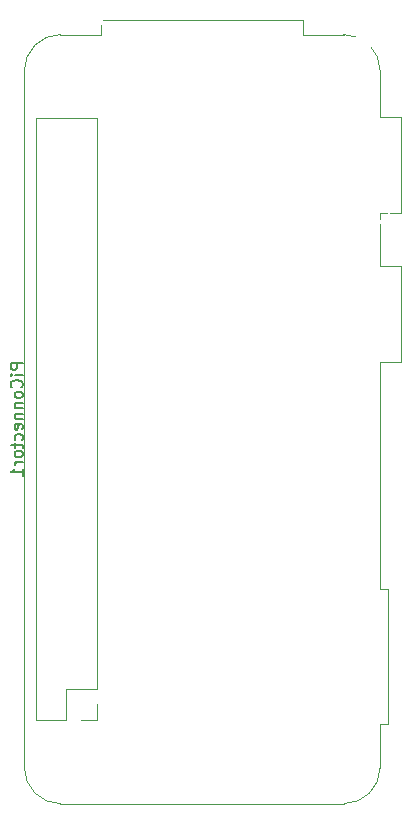
<source format=gbo>
G04 #@! TF.GenerationSoftware,KiCad,Pcbnew,7.0.1*
G04 #@! TF.CreationDate,2023-11-10T14:13:51-08:00*
G04 #@! TF.ProjectId,AtInverter_v1,4174496e-7665-4727-9465-725f76312e6b,v1*
G04 #@! TF.SameCoordinates,Original*
G04 #@! TF.FileFunction,Legend,Bot*
G04 #@! TF.FilePolarity,Positive*
%FSLAX46Y46*%
G04 Gerber Fmt 4.6, Leading zero omitted, Abs format (unit mm)*
G04 Created by KiCad (PCBNEW 7.0.1) date 2023-11-10 14:13:51*
%MOMM*%
%LPD*%
G01*
G04 APERTURE LIST*
%ADD10C,0.150000*%
%ADD11C,0.120000*%
%ADD12C,1.371600*%
%ADD13R,1.700000X1.700000*%
%ADD14C,1.600000*%
%ADD15O,1.600000X1.600000*%
%ADD16C,2.565400*%
%ADD17R,1.905000X2.000000*%
%ADD18O,1.905000X2.000000*%
%ADD19O,1.700000X1.700000*%
%ADD20R,1.600000X1.600000*%
%ADD21C,2.100000*%
%ADD22R,1.600000X2.400000*%
%ADD23O,1.600000X2.400000*%
%ADD24R,2.400000X1.600000*%
%ADD25O,2.400000X1.600000*%
%ADD26C,1.500000*%
%ADD27R,2.500000X2.500000*%
%ADD28C,2.500000*%
%ADD29R,2.000000X1.905000*%
%ADD30O,2.000000X1.905000*%
G04 APERTURE END LIST*
D10*
X64724619Y-97071904D02*
X63724619Y-97071904D01*
X63724619Y-97071904D02*
X63724619Y-97452856D01*
X63724619Y-97452856D02*
X63772238Y-97548094D01*
X63772238Y-97548094D02*
X63819857Y-97595713D01*
X63819857Y-97595713D02*
X63915095Y-97643332D01*
X63915095Y-97643332D02*
X64057952Y-97643332D01*
X64057952Y-97643332D02*
X64153190Y-97595713D01*
X64153190Y-97595713D02*
X64200809Y-97548094D01*
X64200809Y-97548094D02*
X64248428Y-97452856D01*
X64248428Y-97452856D02*
X64248428Y-97071904D01*
X64724619Y-98071904D02*
X64057952Y-98071904D01*
X63724619Y-98071904D02*
X63772238Y-98024285D01*
X63772238Y-98024285D02*
X63819857Y-98071904D01*
X63819857Y-98071904D02*
X63772238Y-98119523D01*
X63772238Y-98119523D02*
X63724619Y-98071904D01*
X63724619Y-98071904D02*
X63819857Y-98071904D01*
X64629380Y-99119522D02*
X64677000Y-99071903D01*
X64677000Y-99071903D02*
X64724619Y-98929046D01*
X64724619Y-98929046D02*
X64724619Y-98833808D01*
X64724619Y-98833808D02*
X64677000Y-98690951D01*
X64677000Y-98690951D02*
X64581761Y-98595713D01*
X64581761Y-98595713D02*
X64486523Y-98548094D01*
X64486523Y-98548094D02*
X64296047Y-98500475D01*
X64296047Y-98500475D02*
X64153190Y-98500475D01*
X64153190Y-98500475D02*
X63962714Y-98548094D01*
X63962714Y-98548094D02*
X63867476Y-98595713D01*
X63867476Y-98595713D02*
X63772238Y-98690951D01*
X63772238Y-98690951D02*
X63724619Y-98833808D01*
X63724619Y-98833808D02*
X63724619Y-98929046D01*
X63724619Y-98929046D02*
X63772238Y-99071903D01*
X63772238Y-99071903D02*
X63819857Y-99119522D01*
X64724619Y-99690951D02*
X64677000Y-99595713D01*
X64677000Y-99595713D02*
X64629380Y-99548094D01*
X64629380Y-99548094D02*
X64534142Y-99500475D01*
X64534142Y-99500475D02*
X64248428Y-99500475D01*
X64248428Y-99500475D02*
X64153190Y-99548094D01*
X64153190Y-99548094D02*
X64105571Y-99595713D01*
X64105571Y-99595713D02*
X64057952Y-99690951D01*
X64057952Y-99690951D02*
X64057952Y-99833808D01*
X64057952Y-99833808D02*
X64105571Y-99929046D01*
X64105571Y-99929046D02*
X64153190Y-99976665D01*
X64153190Y-99976665D02*
X64248428Y-100024284D01*
X64248428Y-100024284D02*
X64534142Y-100024284D01*
X64534142Y-100024284D02*
X64629380Y-99976665D01*
X64629380Y-99976665D02*
X64677000Y-99929046D01*
X64677000Y-99929046D02*
X64724619Y-99833808D01*
X64724619Y-99833808D02*
X64724619Y-99690951D01*
X64057952Y-100452856D02*
X64724619Y-100452856D01*
X64153190Y-100452856D02*
X64105571Y-100500475D01*
X64105571Y-100500475D02*
X64057952Y-100595713D01*
X64057952Y-100595713D02*
X64057952Y-100738570D01*
X64057952Y-100738570D02*
X64105571Y-100833808D01*
X64105571Y-100833808D02*
X64200809Y-100881427D01*
X64200809Y-100881427D02*
X64724619Y-100881427D01*
X64057952Y-101357618D02*
X64724619Y-101357618D01*
X64153190Y-101357618D02*
X64105571Y-101405237D01*
X64105571Y-101405237D02*
X64057952Y-101500475D01*
X64057952Y-101500475D02*
X64057952Y-101643332D01*
X64057952Y-101643332D02*
X64105571Y-101738570D01*
X64105571Y-101738570D02*
X64200809Y-101786189D01*
X64200809Y-101786189D02*
X64724619Y-101786189D01*
X64677000Y-102643332D02*
X64724619Y-102548094D01*
X64724619Y-102548094D02*
X64724619Y-102357618D01*
X64724619Y-102357618D02*
X64677000Y-102262380D01*
X64677000Y-102262380D02*
X64581761Y-102214761D01*
X64581761Y-102214761D02*
X64200809Y-102214761D01*
X64200809Y-102214761D02*
X64105571Y-102262380D01*
X64105571Y-102262380D02*
X64057952Y-102357618D01*
X64057952Y-102357618D02*
X64057952Y-102548094D01*
X64057952Y-102548094D02*
X64105571Y-102643332D01*
X64105571Y-102643332D02*
X64200809Y-102690951D01*
X64200809Y-102690951D02*
X64296047Y-102690951D01*
X64296047Y-102690951D02*
X64391285Y-102214761D01*
X64677000Y-103548094D02*
X64724619Y-103452856D01*
X64724619Y-103452856D02*
X64724619Y-103262380D01*
X64724619Y-103262380D02*
X64677000Y-103167142D01*
X64677000Y-103167142D02*
X64629380Y-103119523D01*
X64629380Y-103119523D02*
X64534142Y-103071904D01*
X64534142Y-103071904D02*
X64248428Y-103071904D01*
X64248428Y-103071904D02*
X64153190Y-103119523D01*
X64153190Y-103119523D02*
X64105571Y-103167142D01*
X64105571Y-103167142D02*
X64057952Y-103262380D01*
X64057952Y-103262380D02*
X64057952Y-103452856D01*
X64057952Y-103452856D02*
X64105571Y-103548094D01*
X64057952Y-103833809D02*
X64057952Y-104214761D01*
X63724619Y-103976666D02*
X64581761Y-103976666D01*
X64581761Y-103976666D02*
X64677000Y-104024285D01*
X64677000Y-104024285D02*
X64724619Y-104119523D01*
X64724619Y-104119523D02*
X64724619Y-104214761D01*
X64724619Y-104690952D02*
X64677000Y-104595714D01*
X64677000Y-104595714D02*
X64629380Y-104548095D01*
X64629380Y-104548095D02*
X64534142Y-104500476D01*
X64534142Y-104500476D02*
X64248428Y-104500476D01*
X64248428Y-104500476D02*
X64153190Y-104548095D01*
X64153190Y-104548095D02*
X64105571Y-104595714D01*
X64105571Y-104595714D02*
X64057952Y-104690952D01*
X64057952Y-104690952D02*
X64057952Y-104833809D01*
X64057952Y-104833809D02*
X64105571Y-104929047D01*
X64105571Y-104929047D02*
X64153190Y-104976666D01*
X64153190Y-104976666D02*
X64248428Y-105024285D01*
X64248428Y-105024285D02*
X64534142Y-105024285D01*
X64534142Y-105024285D02*
X64629380Y-104976666D01*
X64629380Y-104976666D02*
X64677000Y-104929047D01*
X64677000Y-104929047D02*
X64724619Y-104833809D01*
X64724619Y-104833809D02*
X64724619Y-104690952D01*
X64724619Y-105452857D02*
X64057952Y-105452857D01*
X64248428Y-105452857D02*
X64153190Y-105500476D01*
X64153190Y-105500476D02*
X64105571Y-105548095D01*
X64105571Y-105548095D02*
X64057952Y-105643333D01*
X64057952Y-105643333D02*
X64057952Y-105738571D01*
X64724619Y-106595714D02*
X64724619Y-106024286D01*
X64724619Y-106310000D02*
X63724619Y-106310000D01*
X63724619Y-106310000D02*
X63867476Y-106214762D01*
X63867476Y-106214762D02*
X63962714Y-106119524D01*
X63962714Y-106119524D02*
X64010333Y-106024286D01*
D11*
X64880000Y-72310000D02*
X64880000Y-131310000D01*
X65840000Y-76350000D02*
X71040000Y-76350000D01*
X65840000Y-127270000D02*
X65840000Y-76350000D01*
X65840000Y-127270000D02*
X68440000Y-127270000D01*
X67940000Y-134370000D02*
X91940000Y-134370000D01*
X68440000Y-124670000D02*
X71040000Y-124670000D01*
X68440000Y-127270000D02*
X68440000Y-124670000D01*
X69710000Y-127270000D02*
X71040000Y-127270000D01*
X71040000Y-124670000D02*
X71040000Y-76350000D01*
X71040000Y-127270000D02*
X71040000Y-125940000D01*
X71380000Y-68050000D02*
X88500000Y-68050000D01*
X71380000Y-69250000D02*
X67940000Y-69250000D01*
X71380000Y-69250000D02*
X71380000Y-68050000D01*
X88500000Y-68050000D02*
X88500000Y-69250000D01*
X88500000Y-69250000D02*
X91940000Y-69250000D01*
X95000000Y-72310000D02*
X95000000Y-76250000D01*
X95000000Y-76250000D02*
X96800000Y-76250000D01*
X95000000Y-84370000D02*
X95000000Y-88850000D01*
X95000000Y-88850000D02*
X96800000Y-88850000D01*
X95000000Y-96970000D02*
X95000000Y-116200000D01*
X95000000Y-116200000D02*
X95700000Y-116200000D01*
X95000000Y-127620000D02*
X95000000Y-131310000D01*
X95700000Y-116200000D02*
X95700000Y-127620000D01*
X95700000Y-127620000D02*
X95000000Y-127620000D01*
X96800000Y-76250000D02*
X96800000Y-84370000D01*
X96800000Y-84370000D02*
X95000000Y-84370000D01*
X96800000Y-88850000D02*
X96800000Y-96970000D01*
X96800000Y-96970000D02*
X95000000Y-96970000D01*
X67940000Y-69250000D02*
G75*
G03*
X64880000Y-72310000I-1J-3059999D01*
G01*
X64880000Y-131310000D02*
G75*
G03*
X67940000Y-134370000I3059999J-1D01*
G01*
X95000000Y-72310000D02*
G75*
G03*
X91940000Y-69250000I-3060000J0D01*
G01*
X91940000Y-134370000D02*
G75*
G03*
X95000000Y-131310000I0J3060000D01*
G01*
%LPC*%
D12*
X70851000Y-63042000D03*
X70851000Y-68042000D03*
D13*
X117094000Y-116332000D03*
D14*
X74295000Y-107950000D03*
D15*
X74295000Y-115570000D03*
D16*
X138430000Y-106172000D03*
X119380000Y-106172000D03*
D17*
X114808000Y-89662000D03*
D18*
X117348000Y-89662000D03*
X119888000Y-89662000D03*
D15*
X127254000Y-69596000D03*
D14*
X119634000Y-69596000D03*
D13*
X131318000Y-120396000D03*
X144780000Y-68590000D03*
D19*
X144780000Y-71130000D03*
X144780000Y-73670000D03*
X144780000Y-76210000D03*
D20*
X115062000Y-56388000D03*
D15*
X107442000Y-56388000D03*
D13*
X127000000Y-66040000D03*
D12*
X103901000Y-61000000D03*
X103901000Y-66000000D03*
D20*
X89916000Y-119380000D03*
D15*
X89916000Y-116840000D03*
X89916000Y-114300000D03*
X89916000Y-111760000D03*
X89916000Y-109220000D03*
X89916000Y-106680000D03*
X89916000Y-104140000D03*
X89916000Y-101600000D03*
X89916000Y-99060000D03*
X89916000Y-96520000D03*
X89916000Y-93980000D03*
X89916000Y-91440000D03*
X89916000Y-88900000D03*
X89916000Y-86360000D03*
X82296000Y-86360000D03*
X82296000Y-88900000D03*
X82296000Y-91440000D03*
X82296000Y-93980000D03*
X82296000Y-96520000D03*
X82296000Y-99060000D03*
X82296000Y-101600000D03*
X82296000Y-104140000D03*
X82296000Y-106680000D03*
X82296000Y-109220000D03*
X82296000Y-111760000D03*
X82296000Y-114300000D03*
X82296000Y-116840000D03*
X82296000Y-119380000D03*
D14*
X74295000Y-124460000D03*
X74295000Y-119460000D03*
D20*
X78486000Y-107315000D03*
D15*
X78486000Y-104775000D03*
X78486000Y-102235000D03*
X78486000Y-99695000D03*
X78486000Y-97155000D03*
X78486000Y-94615000D03*
X78486000Y-92075000D03*
X78486000Y-89535000D03*
X120904000Y-77216000D03*
D14*
X113284000Y-77216000D03*
D21*
X74295000Y-104775000D03*
X74295000Y-102235000D03*
X74295000Y-99695000D03*
D17*
X109728000Y-103053000D03*
D18*
X112268000Y-103053000D03*
X114808000Y-103053000D03*
D22*
X67310000Y-52070000D03*
D23*
X69850000Y-52070000D03*
X72390000Y-52070000D03*
X74930000Y-52070000D03*
X77470000Y-52070000D03*
X80010000Y-52070000D03*
X82550000Y-52070000D03*
X82550000Y-44450000D03*
X80010000Y-44450000D03*
X77470000Y-44450000D03*
X74930000Y-44450000D03*
X72390000Y-44450000D03*
X69850000Y-44450000D03*
X67310000Y-44450000D03*
D21*
X74422000Y-92710000D03*
X74422000Y-90170000D03*
X74422000Y-87630000D03*
D17*
X97790000Y-103124000D03*
D18*
X100330000Y-103124000D03*
X102870000Y-103124000D03*
D13*
X93726000Y-66040000D03*
D14*
X86106000Y-69596000D03*
D15*
X93726000Y-69596000D03*
D14*
X83820000Y-81494000D03*
X83820000Y-76494000D03*
D13*
X139573000Y-90678000D03*
D19*
X139573000Y-88138000D03*
X142113000Y-90678000D03*
X142113000Y-88138000D03*
X144653000Y-90678000D03*
X144653000Y-88138000D03*
D22*
X114564000Y-52085000D03*
D23*
X117104000Y-52085000D03*
X119644000Y-52085000D03*
X122184000Y-52085000D03*
X122184000Y-44465000D03*
X119644000Y-44465000D03*
X117104000Y-44465000D03*
X114564000Y-44465000D03*
D15*
X127000000Y-56134000D03*
D14*
X119380000Y-56134000D03*
D24*
X107442000Y-59944000D03*
D25*
X107442000Y-62484000D03*
X107442000Y-65024000D03*
X107442000Y-67564000D03*
X115062000Y-67564000D03*
X115062000Y-65024000D03*
X115062000Y-62484000D03*
X115062000Y-59944000D03*
D14*
X103632000Y-51816000D03*
D15*
X111252000Y-51816000D03*
D26*
X95758000Y-90130000D03*
X95758000Y-85130000D03*
D15*
X104775000Y-45720000D03*
X102235000Y-45720000D03*
X99695000Y-45720000D03*
X97155000Y-45720000D03*
X94615000Y-45720000D03*
D20*
X92075000Y-45720000D03*
D13*
X113792000Y-108966000D03*
D14*
X132548000Y-91186000D03*
X127548000Y-91186000D03*
D13*
X142494000Y-82550000D03*
D20*
X82027000Y-58430000D03*
D15*
X74407000Y-58430000D03*
D12*
X124968000Y-123190000D03*
X119968000Y-123190000D03*
D16*
X112776000Y-117856000D03*
X93726000Y-117856000D03*
D12*
X138129000Y-118110000D03*
X143129000Y-118110000D03*
D24*
X74407000Y-61986000D03*
D25*
X74407000Y-64526000D03*
X74407000Y-67066000D03*
X74407000Y-69606000D03*
X82027000Y-69606000D03*
X82027000Y-67066000D03*
X82027000Y-64526000D03*
X82027000Y-61986000D03*
D14*
X86106000Y-55880000D03*
D15*
X93726000Y-55880000D03*
D27*
X138136000Y-59690000D03*
D28*
X133136000Y-59690000D03*
D13*
X144526000Y-103632000D03*
D19*
X144526000Y-106172000D03*
X144526000Y-108712000D03*
D14*
X87361000Y-59984000D03*
X87361000Y-64984000D03*
X120396000Y-59984000D03*
X120396000Y-64984000D03*
D13*
X111506000Y-94742000D03*
X86995000Y-129540000D03*
D19*
X84455000Y-129540000D03*
X81915000Y-129540000D03*
X79375000Y-129540000D03*
X76835000Y-129540000D03*
X74295000Y-129540000D03*
D13*
X143510000Y-125730000D03*
D19*
X143510000Y-128270000D03*
X143510000Y-130810000D03*
X143510000Y-133350000D03*
D13*
X93711000Y-60960000D03*
X102870000Y-132842000D03*
D19*
X105410000Y-132842000D03*
X107950000Y-132842000D03*
X110490000Y-132842000D03*
D13*
X144780000Y-55890000D03*
D19*
X144780000Y-58430000D03*
X144780000Y-60970000D03*
X144780000Y-63510000D03*
D17*
X102870000Y-89662000D03*
D18*
X105410000Y-89662000D03*
X107950000Y-89662000D03*
D29*
X130048000Y-80010000D03*
D30*
X130048000Y-82550000D03*
X130048000Y-85090000D03*
D27*
X131906000Y-128524000D03*
D28*
X136906000Y-128524000D03*
D20*
X100330000Y-51816000D03*
D15*
X97790000Y-51816000D03*
X95250000Y-51816000D03*
X92710000Y-51816000D03*
X90170000Y-51816000D03*
X87630000Y-51816000D03*
D13*
X127000000Y-60960000D03*
D14*
X88900000Y-76494000D03*
X88900000Y-81494000D03*
D13*
X74168000Y-83820000D03*
D15*
X109474000Y-77216000D03*
D14*
X101854000Y-77216000D03*
D13*
X69710000Y-125940000D03*
D19*
X67170000Y-125940000D03*
X69710000Y-123400000D03*
X67170000Y-123400000D03*
X69710000Y-120860000D03*
X67170000Y-120860000D03*
X69710000Y-118320000D03*
X67170000Y-118320000D03*
X69710000Y-115780000D03*
X67170000Y-115780000D03*
X69710000Y-113240000D03*
X67170000Y-113240000D03*
X69710000Y-110700000D03*
X67170000Y-110700000D03*
X69710000Y-108160000D03*
X67170000Y-108160000D03*
X69710000Y-105620000D03*
X67170000Y-105620000D03*
X69710000Y-103080000D03*
X67170000Y-103080000D03*
X69710000Y-100540000D03*
X67170000Y-100540000D03*
X69710000Y-98000000D03*
X67170000Y-98000000D03*
X69710000Y-95460000D03*
X67170000Y-95460000D03*
X69710000Y-92920000D03*
X67170000Y-92920000D03*
X69710000Y-90380000D03*
X67170000Y-90380000D03*
X69710000Y-87840000D03*
X67170000Y-87840000D03*
X69710000Y-85300000D03*
X67170000Y-85300000D03*
X69710000Y-82760000D03*
X67170000Y-82760000D03*
X69710000Y-80220000D03*
X67170000Y-80220000D03*
X69710000Y-77680000D03*
X67170000Y-77680000D03*
M02*

</source>
